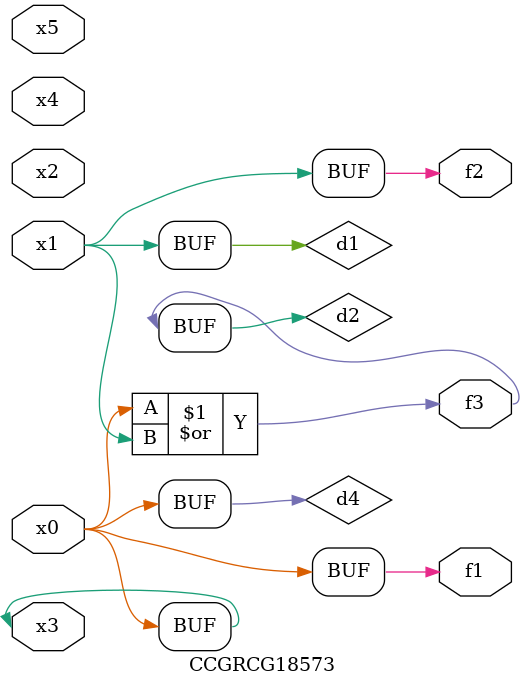
<source format=v>
module CCGRCG18573(
	input x0, x1, x2, x3, x4, x5,
	output f1, f2, f3
);

	wire d1, d2, d3, d4;

	and (d1, x1);
	or (d2, x0, x1);
	nand (d3, x0, x5);
	buf (d4, x0, x3);
	assign f1 = d4;
	assign f2 = d1;
	assign f3 = d2;
endmodule

</source>
